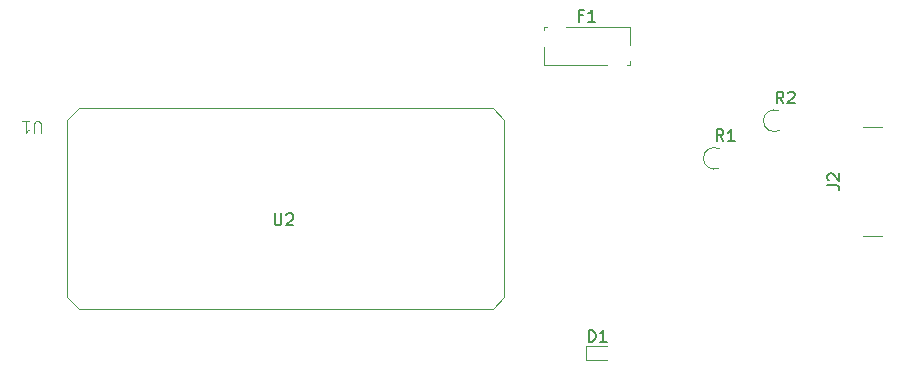
<source format=gbr>
%TF.GenerationSoftware,KiCad,Pcbnew,9.0.5*%
%TF.CreationDate,2025-10-26T09:27:43-06:00*%
%TF.ProjectId,powerBank,706f7765-7242-4616-9e6b-2e6b69636164,rev?*%
%TF.SameCoordinates,Original*%
%TF.FileFunction,Legend,Top*%
%TF.FilePolarity,Positive*%
%FSLAX46Y46*%
G04 Gerber Fmt 4.6, Leading zero omitted, Abs format (unit mm)*
G04 Created by KiCad (PCBNEW 9.0.5) date 2025-10-26 09:27:43*
%MOMM*%
%LPD*%
G01*
G04 APERTURE LIST*
%ADD10C,0.150000*%
%ADD11C,0.100000*%
%ADD12C,0.120000*%
G04 APERTURE END LIST*
D10*
X187392319Y-66418333D02*
X188106604Y-66418333D01*
X188106604Y-66418333D02*
X188249461Y-66465952D01*
X188249461Y-66465952D02*
X188344700Y-66561190D01*
X188344700Y-66561190D02*
X188392319Y-66704047D01*
X188392319Y-66704047D02*
X188392319Y-66799285D01*
X187487557Y-65989761D02*
X187439938Y-65942142D01*
X187439938Y-65942142D02*
X187392319Y-65846904D01*
X187392319Y-65846904D02*
X187392319Y-65608809D01*
X187392319Y-65608809D02*
X187439938Y-65513571D01*
X187439938Y-65513571D02*
X187487557Y-65465952D01*
X187487557Y-65465952D02*
X187582795Y-65418333D01*
X187582795Y-65418333D02*
X187678033Y-65418333D01*
X187678033Y-65418333D02*
X187820890Y-65465952D01*
X187820890Y-65465952D02*
X188392319Y-66037380D01*
X188392319Y-66037380D02*
X188392319Y-65418333D01*
D11*
X120776904Y-62002580D02*
X120776904Y-61193057D01*
X120776904Y-61193057D02*
X120729285Y-61097819D01*
X120729285Y-61097819D02*
X120681666Y-61050200D01*
X120681666Y-61050200D02*
X120586428Y-61002580D01*
X120586428Y-61002580D02*
X120395952Y-61002580D01*
X120395952Y-61002580D02*
X120300714Y-61050200D01*
X120300714Y-61050200D02*
X120253095Y-61097819D01*
X120253095Y-61097819D02*
X120205476Y-61193057D01*
X120205476Y-61193057D02*
X120205476Y-62002580D01*
X119205476Y-61002580D02*
X119776904Y-61002580D01*
X119491190Y-61002580D02*
X119491190Y-62002580D01*
X119491190Y-62002580D02*
X119586428Y-61859723D01*
X119586428Y-61859723D02*
X119681666Y-61764485D01*
X119681666Y-61764485D02*
X119776904Y-61716866D01*
D10*
X178583333Y-62669819D02*
X178250000Y-62193628D01*
X178011905Y-62669819D02*
X178011905Y-61669819D01*
X178011905Y-61669819D02*
X178392857Y-61669819D01*
X178392857Y-61669819D02*
X178488095Y-61717438D01*
X178488095Y-61717438D02*
X178535714Y-61765057D01*
X178535714Y-61765057D02*
X178583333Y-61860295D01*
X178583333Y-61860295D02*
X178583333Y-62003152D01*
X178583333Y-62003152D02*
X178535714Y-62098390D01*
X178535714Y-62098390D02*
X178488095Y-62146009D01*
X178488095Y-62146009D02*
X178392857Y-62193628D01*
X178392857Y-62193628D02*
X178011905Y-62193628D01*
X179535714Y-62669819D02*
X178964286Y-62669819D01*
X179250000Y-62669819D02*
X179250000Y-61669819D01*
X179250000Y-61669819D02*
X179154762Y-61812676D01*
X179154762Y-61812676D02*
X179059524Y-61907914D01*
X179059524Y-61907914D02*
X178964286Y-61955533D01*
X140583095Y-68809819D02*
X140583095Y-69619342D01*
X140583095Y-69619342D02*
X140630714Y-69714580D01*
X140630714Y-69714580D02*
X140678333Y-69762200D01*
X140678333Y-69762200D02*
X140773571Y-69809819D01*
X140773571Y-69809819D02*
X140964047Y-69809819D01*
X140964047Y-69809819D02*
X141059285Y-69762200D01*
X141059285Y-69762200D02*
X141106904Y-69714580D01*
X141106904Y-69714580D02*
X141154523Y-69619342D01*
X141154523Y-69619342D02*
X141154523Y-68809819D01*
X141583095Y-68905057D02*
X141630714Y-68857438D01*
X141630714Y-68857438D02*
X141725952Y-68809819D01*
X141725952Y-68809819D02*
X141964047Y-68809819D01*
X141964047Y-68809819D02*
X142059285Y-68857438D01*
X142059285Y-68857438D02*
X142106904Y-68905057D01*
X142106904Y-68905057D02*
X142154523Y-69000295D01*
X142154523Y-69000295D02*
X142154523Y-69095533D01*
X142154523Y-69095533D02*
X142106904Y-69238390D01*
X142106904Y-69238390D02*
X141535476Y-69809819D01*
X141535476Y-69809819D02*
X142154523Y-69809819D01*
X183663333Y-59494819D02*
X183330000Y-59018628D01*
X183091905Y-59494819D02*
X183091905Y-58494819D01*
X183091905Y-58494819D02*
X183472857Y-58494819D01*
X183472857Y-58494819D02*
X183568095Y-58542438D01*
X183568095Y-58542438D02*
X183615714Y-58590057D01*
X183615714Y-58590057D02*
X183663333Y-58685295D01*
X183663333Y-58685295D02*
X183663333Y-58828152D01*
X183663333Y-58828152D02*
X183615714Y-58923390D01*
X183615714Y-58923390D02*
X183568095Y-58971009D01*
X183568095Y-58971009D02*
X183472857Y-59018628D01*
X183472857Y-59018628D02*
X183091905Y-59018628D01*
X184044286Y-58590057D02*
X184091905Y-58542438D01*
X184091905Y-58542438D02*
X184187143Y-58494819D01*
X184187143Y-58494819D02*
X184425238Y-58494819D01*
X184425238Y-58494819D02*
X184520476Y-58542438D01*
X184520476Y-58542438D02*
X184568095Y-58590057D01*
X184568095Y-58590057D02*
X184615714Y-58685295D01*
X184615714Y-58685295D02*
X184615714Y-58780533D01*
X184615714Y-58780533D02*
X184568095Y-58923390D01*
X184568095Y-58923390D02*
X183996667Y-59494819D01*
X183996667Y-59494819D02*
X184615714Y-59494819D01*
X167186905Y-79669819D02*
X167186905Y-78669819D01*
X167186905Y-78669819D02*
X167425000Y-78669819D01*
X167425000Y-78669819D02*
X167567857Y-78717438D01*
X167567857Y-78717438D02*
X167663095Y-78812676D01*
X167663095Y-78812676D02*
X167710714Y-78907914D01*
X167710714Y-78907914D02*
X167758333Y-79098390D01*
X167758333Y-79098390D02*
X167758333Y-79241247D01*
X167758333Y-79241247D02*
X167710714Y-79431723D01*
X167710714Y-79431723D02*
X167663095Y-79526961D01*
X167663095Y-79526961D02*
X167567857Y-79622200D01*
X167567857Y-79622200D02*
X167425000Y-79669819D01*
X167425000Y-79669819D02*
X167186905Y-79669819D01*
X168710714Y-79669819D02*
X168139286Y-79669819D01*
X168425000Y-79669819D02*
X168425000Y-78669819D01*
X168425000Y-78669819D02*
X168329762Y-78812676D01*
X168329762Y-78812676D02*
X168234524Y-78907914D01*
X168234524Y-78907914D02*
X168139286Y-78955533D01*
X166671666Y-52041009D02*
X166338333Y-52041009D01*
X166338333Y-52564819D02*
X166338333Y-51564819D01*
X166338333Y-51564819D02*
X166814523Y-51564819D01*
X167719285Y-52564819D02*
X167147857Y-52564819D01*
X167433571Y-52564819D02*
X167433571Y-51564819D01*
X167433571Y-51564819D02*
X167338333Y-51707676D01*
X167338333Y-51707676D02*
X167243095Y-51802914D01*
X167243095Y-51802914D02*
X167147857Y-51850533D01*
D12*
%TO.C,J2*%
X190397500Y-61485000D02*
X192027500Y-61485000D01*
X190397500Y-70685000D02*
X192027500Y-70685000D01*
%TO.C,R1*%
X178217133Y-64955000D02*
G75*
G02*
X178217133Y-63315000I-417133J820000D01*
G01*
%TO.C,U2*%
X123045000Y-60855000D02*
X124045000Y-59855000D01*
X123045000Y-75855000D02*
X123045000Y-60855000D01*
X123045000Y-75855000D02*
X124045000Y-76855000D01*
X124045000Y-59855000D02*
X159045000Y-59855000D01*
X124045000Y-76855000D02*
X159045000Y-76855000D01*
X159045000Y-76855000D02*
X160045000Y-75855000D01*
X160045000Y-60855000D02*
X159045000Y-59855000D01*
X160045000Y-75855000D02*
X160045000Y-60855000D01*
%TO.C,R2*%
X183297133Y-61780000D02*
G75*
G02*
X183297133Y-60140000I-417133J820000D01*
G01*
%TO.C,D1*%
X166910000Y-80035000D02*
X166910000Y-81255000D01*
X166910000Y-81255000D02*
X168725000Y-81255000D01*
X168725000Y-80035000D02*
X166910000Y-80035000D01*
%TO.C,F1*%
X163355000Y-53010000D02*
X163617000Y-53010000D01*
X163355000Y-53308000D02*
X163355000Y-53010000D01*
X163355000Y-56210000D02*
X163355000Y-54712000D01*
X165293000Y-53010000D02*
X170655000Y-53010000D01*
X168717000Y-56210000D02*
X163355000Y-56210000D01*
X170655000Y-53010000D02*
X170655000Y-54508000D01*
X170655000Y-55912000D02*
X170655000Y-56210000D01*
X170655000Y-56210000D02*
X170393000Y-56210000D01*
%TD*%
M02*

</source>
